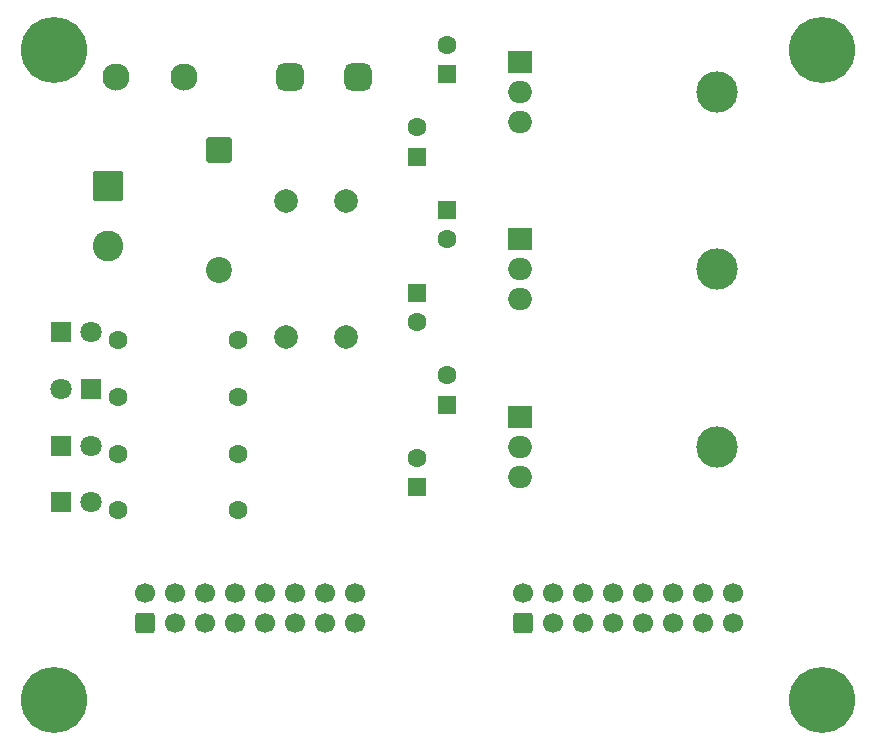
<source format=gbs>
%TF.GenerationSoftware,KiCad,Pcbnew,9.0.7*%
%TF.CreationDate,2026-01-24T13:01:46+00:00*%
%TF.ProjectId,bcm-power-supply,62636d2d-706f-4776-9572-2d737570706c,rev03*%
%TF.SameCoordinates,Original*%
%TF.FileFunction,Soldermask,Bot*%
%TF.FilePolarity,Negative*%
%FSLAX46Y46*%
G04 Gerber Fmt 4.6, Leading zero omitted, Abs format (unit mm)*
G04 Created by KiCad (PCBNEW 9.0.7) date 2026-01-24 13:01:46*
%MOMM*%
%LPD*%
G01*
G04 APERTURE LIST*
G04 Aperture macros list*
%AMRoundRect*
0 Rectangle with rounded corners*
0 $1 Rounding radius*
0 $2 $3 $4 $5 $6 $7 $8 $9 X,Y pos of 4 corners*
0 Add a 4 corners polygon primitive as box body*
4,1,4,$2,$3,$4,$5,$6,$7,$8,$9,$2,$3,0*
0 Add four circle primitives for the rounded corners*
1,1,$1+$1,$2,$3*
1,1,$1+$1,$4,$5*
1,1,$1+$1,$6,$7*
1,1,$1+$1,$8,$9*
0 Add four rect primitives between the rounded corners*
20,1,$1+$1,$2,$3,$4,$5,0*
20,1,$1+$1,$4,$5,$6,$7,0*
20,1,$1+$1,$6,$7,$8,$9,0*
20,1,$1+$1,$8,$9,$2,$3,0*%
G04 Aperture macros list end*
%ADD10C,1.600000*%
%ADD11C,3.500000*%
%ADD12R,2.000000X1.905000*%
%ADD13O,2.000000X1.905000*%
%ADD14RoundRect,0.575000X0.575000X0.575000X-0.575000X0.575000X-0.575000X-0.575000X0.575000X-0.575000X0*%
%ADD15C,2.300000*%
%ADD16RoundRect,0.250000X-1.050000X1.050000X-1.050000X-1.050000X1.050000X-1.050000X1.050000X1.050000X0*%
%ADD17C,2.600000*%
%ADD18R,1.800000X1.800000*%
%ADD19C,1.800000*%
%ADD20RoundRect,0.250000X0.550000X-0.550000X0.550000X0.550000X-0.550000X0.550000X-0.550000X-0.550000X0*%
%ADD21C,2.000000*%
%ADD22RoundRect,0.250000X-0.550000X0.550000X-0.550000X-0.550000X0.550000X-0.550000X0.550000X0.550000X0*%
%ADD23RoundRect,0.250000X0.600000X-0.600000X0.600000X0.600000X-0.600000X0.600000X-0.600000X-0.600000X0*%
%ADD24C,1.700000*%
%ADD25C,5.600000*%
%ADD26RoundRect,0.249999X-0.850001X0.850001X-0.850001X-0.850001X0.850001X-0.850001X0.850001X0.850001X0*%
%ADD27C,2.200000*%
G04 APERTURE END LIST*
D10*
%TO.C,R3*%
X68453000Y-88317500D03*
X78613000Y-88317500D03*
%TD*%
D11*
%TO.C,U3*%
X119160000Y-92540000D03*
D12*
X102500000Y-90000000D03*
D13*
X102500000Y-92540000D03*
X102500000Y-95080000D03*
%TD*%
D14*
%TO.C,F1*%
X88750000Y-61250000D03*
X82950000Y-61250000D03*
D15*
X74050000Y-61250000D03*
X68250000Y-61250000D03*
%TD*%
D16*
%TO.C,J1*%
X67564000Y-70455000D03*
D17*
X67564000Y-75535000D03*
%TD*%
D18*
%TO.C,D3*%
X63627000Y-92500000D03*
D19*
X66167000Y-92500000D03*
%TD*%
D10*
%TO.C,R1*%
X78613000Y-83500000D03*
X68453000Y-83500000D03*
%TD*%
D20*
%TO.C,C3*%
X93750000Y-68000000D03*
D10*
X93750000Y-65500000D03*
%TD*%
D20*
%TO.C,C6*%
X93750000Y-96000000D03*
D10*
X93750000Y-93500000D03*
%TD*%
%TO.C,R4*%
X78613000Y-97885000D03*
X68453000Y-97885000D03*
%TD*%
D21*
%TO.C,L1*%
X82677000Y-71750000D03*
X87757000Y-71750000D03*
%TD*%
D11*
%TO.C,U1*%
X119160000Y-62540000D03*
D12*
X102500000Y-60000000D03*
D13*
X102500000Y-62540000D03*
X102500000Y-65080000D03*
%TD*%
D10*
%TO.C,R2*%
X78613000Y-93135000D03*
X68453000Y-93135000D03*
%TD*%
D22*
%TO.C,C2*%
X96250000Y-72500000D03*
D10*
X96250000Y-75000000D03*
%TD*%
D23*
%TO.C,J2*%
X70722500Y-107520000D03*
D24*
X70722500Y-104980000D03*
X73262500Y-107520000D03*
X73262500Y-104980000D03*
X75802500Y-107520000D03*
X75802500Y-104980000D03*
X78342500Y-107520000D03*
X78342500Y-104980000D03*
X80882500Y-107520000D03*
X80882500Y-104980000D03*
X83422500Y-107520000D03*
X83422500Y-104980000D03*
X85962500Y-107520000D03*
X85962500Y-104980000D03*
X88502500Y-107520000D03*
X88502500Y-104980000D03*
%TD*%
D22*
%TO.C,C4*%
X93750000Y-79500000D03*
D10*
X93750000Y-82000000D03*
%TD*%
D18*
%TO.C,D5*%
X63627000Y-97250000D03*
D19*
X66167000Y-97250000D03*
%TD*%
D21*
%TO.C,L2*%
X82677000Y-83250000D03*
X87757000Y-83250000D03*
%TD*%
D25*
%TO.C,H1*%
X63000000Y-59000000D03*
%TD*%
D23*
%TO.C,J3*%
X102722500Y-107520000D03*
D24*
X102722500Y-104980000D03*
X105262500Y-107520000D03*
X105262500Y-104980000D03*
X107802500Y-107520000D03*
X107802500Y-104980000D03*
X110342500Y-107520000D03*
X110342500Y-104980000D03*
X112882500Y-107520000D03*
X112882500Y-104980000D03*
X115422500Y-107520000D03*
X115422500Y-104980000D03*
X117962500Y-107520000D03*
X117962500Y-104980000D03*
X120502500Y-107520000D03*
X120502500Y-104980000D03*
%TD*%
D26*
%TO.C,D1*%
X77000000Y-67420000D03*
D27*
X77000000Y-77580000D03*
%TD*%
D20*
%TO.C,C1*%
X96250000Y-61000000D03*
D10*
X96250000Y-58500000D03*
%TD*%
D20*
%TO.C,C5*%
X96250000Y-89000000D03*
D10*
X96250000Y-86500000D03*
%TD*%
D11*
%TO.C,U2*%
X119160000Y-77540000D03*
D12*
X102500000Y-75000000D03*
D13*
X102500000Y-77540000D03*
X102500000Y-80080000D03*
%TD*%
D25*
%TO.C,H2*%
X63000000Y-114000000D03*
%TD*%
D18*
%TO.C,D2*%
X63627000Y-82865000D03*
D19*
X66167000Y-82865000D03*
%TD*%
D25*
%TO.C,H4*%
X128000000Y-114000000D03*
%TD*%
D18*
%TO.C,D4*%
X66167000Y-87682500D03*
D19*
X63627000Y-87682500D03*
%TD*%
D25*
%TO.C,H3*%
X128000000Y-59000000D03*
%TD*%
M02*

</source>
